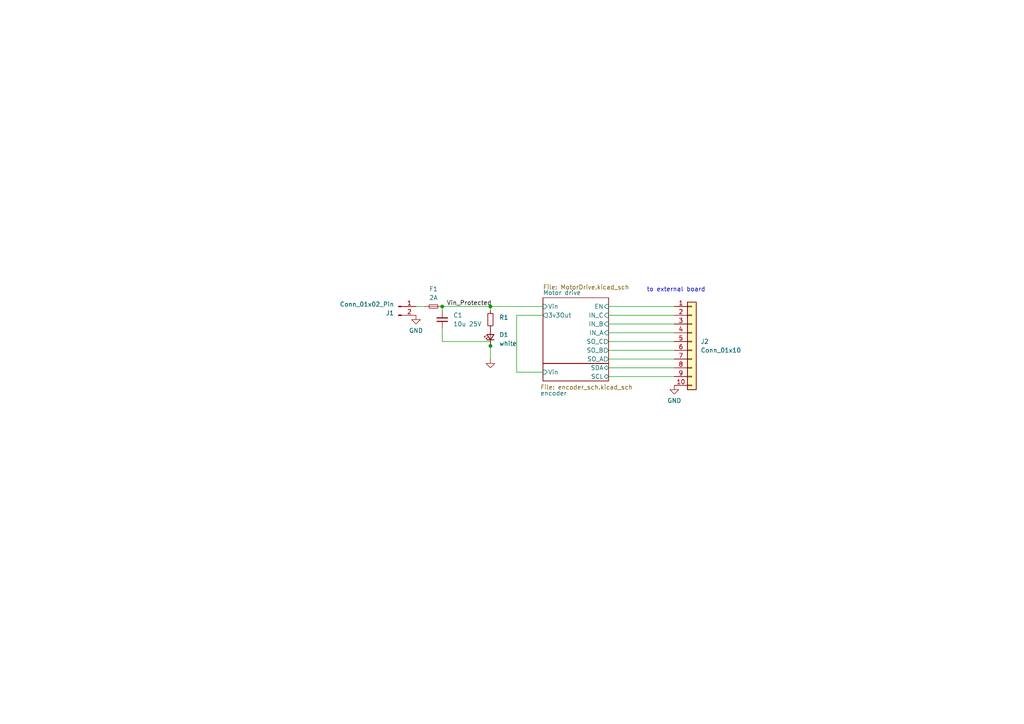
<source format=kicad_sch>
(kicad_sch (version 20231120) (generator "eeschema") (generator_version "8.0")
  (paper "A4")
  (lib_symbols
    (symbol "Connector:Conn_01x02_Pin" (pin_names (offset 1.016) hide)
      (property "Reference" "J" (at 0 2.54 0))
      (property "Value" "Conn_01x02_Pin" (at 0 -5.08 0))
      (symbol "Conn_01x02_Pin_1_1"
        (polyline (pts (xy 1.27 -2.54) (xy 0.8636 -2.54)) (stroke (width 0.1524)))
        (polyline (pts (xy 1.27 0) (xy 0.8636 0)) (stroke (width 0.1524)))
        (rectangle (start 0.8636 -2.413) (end 0 -2.667) (stroke (width 0.1524)) (fill (type outline)))
        (rectangle (start 0.8636 0.127) (end 0 -0.127) (stroke (width 0.1524)) (fill (type outline)))
        (pin passive line (at 5.08 0 180) (length 3.81) (name "Pin_1") (number "1"))
        (pin passive line (at 5.08 -2.54 180) (length 3.81) (name "Pin_2") (number "2"))
      )
    )
    (symbol "Connector_Generic:Conn_01x10" (pin_names (offset 1.016) hide)
      (property "Reference" "J" (at 0 12.7 0))
      (property "Value" "Conn_01x10" (at 0 -15.24 0))
      (symbol "Conn_01x10_1_1"
        (rectangle (start -1.27 -12.573) (end 0 -12.827) (stroke (width 0.1524)))
        (rectangle (start -1.27 -10.033) (end 0 -10.287) (stroke (width 0.1524)))
        (rectangle (start -1.27 -7.493) (end 0 -7.747) (stroke (width 0.1524)))
        (rectangle (start -1.27 -4.953) (end 0 -5.207) (stroke (width 0.1524)))
        (rectangle (start -1.27 -2.413) (end 0 -2.667) (stroke (width 0.1524)))
        (rectangle (start -1.27 0.127) (end 0 -0.127) (stroke (width 0.1524)))
        (rectangle (start -1.27 2.667) (end 0 2.413) (stroke (width 0.1524)))
        (rectangle (start -1.27 5.207) (end 0 4.953) (stroke (width 0.1524)))
        (rectangle (start -1.27 7.747) (end 0 7.493) (stroke (width 0.1524)))
        (rectangle (start -1.27 10.287) (end 0 10.033) (stroke (width 0.1524)))
        (rectangle (start -1.27 11.43) (end 1.27 -13.97) (stroke (width 0.254)) (fill (type background)))
        (pin passive line (at -5.08 10.16 0) (length 3.81) (name "Pin_1") (number "1"))
        (pin passive line (at -5.08 -12.7 0) (length 3.81) (name "Pin_10") (number "10"))
        (pin passive line (at -5.08 7.62 0) (length 3.81) (name "Pin_2") (number "2"))
        (pin passive line (at -5.08 5.08 0) (length 3.81) (name "Pin_3") (number "3"))
        (pin passive line (at -5.08 2.54 0) (length 3.81) (name "Pin_4") (number "4"))
        (pin passive line (at -5.08 0 0) (length 3.81) (name "Pin_5") (number "5"))
        (pin passive line (at -5.08 -2.54 0) (length 3.81) (name "Pin_6") (number "6"))
        (pin passive line (at -5.08 -5.08 0) (length 3.81) (name "Pin_7") (number "7"))
        (pin passive line (at -5.08 -7.62 0) (length 3.81) (name "Pin_8") (number "8"))
        (pin passive line (at -5.08 -10.16 0) (length 3.81) (name "Pin_9") (number "9"))
      )
    )
    (symbol "Device:C_Small" (pin_numbers hide) (pin_names (offset 0.254) hide)
      (property "Reference" "C" (at 0.254 1.778 0))
      (property "Value" "C_Small" (at 0.254 -2.032 0))
      (symbol "C_Small_0_1"
        (polyline (pts (xy -1.524 -0.508) (xy 1.524 -0.508)) (stroke (width 0.3302)))
        (polyline (pts (xy -1.524 0.508) (xy 1.524 0.508)) (stroke (width 0.3048)))
      )
      (symbol "C_Small_1_1"
        (pin passive line (at 0 2.54 270) (length 2.032) (name "~") (number "1"))
        (pin passive line (at 0 -2.54 90) (length 2.032) (name "~") (number "2"))
      )
    )
    (symbol "Device:Fuse_Small" (pin_numbers hide) (pin_names (offset 0.254) hide)
      (property "Reference" "F" (at 0 -1.524 0))
      (property "Value" "Fuse_Small" (at 0 1.524 0))
      (symbol "Fuse_Small_0_1"
        (rectangle (start -1.27 0.508) (end 1.27 -0.508))
        (polyline (pts (xy -1.27 0) (xy 1.27 0)))
      )
      (symbol "Fuse_Small_1_1"
        (pin passive line (at -2.54 0 0) (length 1.27) (name "~") (number "1"))
        (pin passive line (at 2.54 0 180) (length 1.27) (name "~") (number "2"))
      )
    )
    (symbol "Device:LED_Small" (pin_numbers hide) (pin_names (offset 0.254) hide)
      (property "Reference" "D" (at -1.27 3.175 0))
      (property "Value" "LED_Small" (at -4.445 -2.54 0))
      (symbol "LED_Small_0_1"
        (polyline (pts (xy -0.762 -1.016) (xy -0.762 1.016)) (stroke (width 0.254)))
        (polyline (pts (xy 1.016 0) (xy -0.762 0)))
        (polyline (pts (xy 0.762 -1.016) (xy -0.762 0) (xy 0.762 1.016) (xy 0.762 -1.016)) (stroke (width 0.254)))
        (polyline (pts (xy 0 0.762) (xy -0.508 1.27) (xy -0.254 1.27) (xy -0.508 1.27) (xy -0.508 1.016)))
        (polyline (pts (xy 0.508 1.27) (xy 0 1.778) (xy 0.254 1.778) (xy 0 1.778) (xy 0 1.524)))
      )
      (symbol "LED_Small_1_1"
        (pin passive line (at -2.54 0 0) (length 1.778) (name "K") (number "1"))
        (pin passive line (at 2.54 0 180) (length 1.778) (name "A") (number "2"))
      )
    )
    (symbol "Device:R_Small" (pin_numbers hide) (pin_names (offset 0.254) hide)
      (property "Reference" "R" (at 0.762 0.508 0))
      (property "Value" "R_Small" (at 0.762 -1.016 0))
      (symbol "R_Small_0_1"
        (rectangle (start -0.762 1.778) (end 0.762 -1.778) (stroke (width 0.2032)))
      )
      (symbol "R_Small_1_1"
        (pin passive line (at 0 2.54 270) (length 0.762) (name "~") (number "1"))
        (pin passive line (at 0 -2.54 90) (length 0.762) (name "~") (number "2"))
      )
    )
    (symbol "power:GND" (power) (pin_names (offset 0))
      (property "Value" "GND" (at 0 -3.81 0))
      (symbol "GND_0_1"
        (polyline (pts (xy 0 0) (xy 0 -1.27) (xy 1.27 -1.27) (xy 0 -2.54) (xy -1.27 -1.27) (xy 0 -1.27)))
      )
      (symbol "GND_1_1"
        (pin power_in line (at 0 0 270) (length 0) hide (name "GND") (number "1"))
      )
    )
  )
  (junction (at 142.24 88.9))
  (junction (at 128.27 88.9))
  (junction (at 142.24 100.33))
  (wire (pts (xy 157.48 91.44) (xy 149.86 91.44)))
  (wire (pts (xy 176.53 88.9) (xy 195.58 88.9)))
  (wire (pts (xy 142.24 88.9) (xy 157.48 88.9)))
  (wire (pts (xy 176.53 109.22) (xy 195.58 109.22)))
  (wire (pts (xy 128.27 88.9) (xy 142.24 88.9)))
  (wire (pts (xy 128.27 88.9) (xy 128.27 90.17)))
  (wire (pts (xy 149.86 107.95) (xy 157.48 107.95)))
  (wire (pts (xy 128.27 99.06) (xy 142.24 99.06)))
  (wire (pts (xy 128.27 95.25) (xy 128.27 99.06)))
  (wire (pts (xy 142.24 99.06) (xy 142.24 100.33)))
  (wire (pts (xy 142.24 90.17) (xy 142.24 88.9)))
  (wire (pts (xy 142.24 100.33) (xy 142.24 104.14)))
  (wire (pts (xy 176.53 93.98) (xy 195.58 93.98)))
  (wire (pts (xy 149.86 91.44) (xy 149.86 107.95)))
  (wire (pts (xy 176.53 99.06) (xy 195.58 99.06)))
  (wire (pts (xy 176.53 106.68) (xy 195.58 106.68)))
  (wire (pts (xy 176.53 101.6) (xy 195.58 101.6)))
  (wire (pts (xy 176.53 96.52) (xy 195.58 96.52)))
  (wire (pts (xy 120.65 88.9) (xy 123.19 88.9)))
  (wire (pts (xy 176.53 104.14) (xy 195.58 104.14)))
  (wire (pts (xy 176.53 91.44) (xy 195.58 91.44)))
  (text "to external board" (at 196.088 84.074 0) (effects (font (size 1.27 1.27))))
  (label "Vin_Protected" (at 129.54 88.9 0))
  (symbol (lib_id "Device:LED_Small") (at 142.24 97.79 90) (unit 1)
    (property "Reference" "D1" (at 144.78 97.0915 90) (effects (justify right)))
    (property "Value" "white" (at 144.78 99.6315 90) (effects (justify right)))
    (property "Footprint" "LED_SMD:LED_0603_1608Metric_Pad1.05x0.95mm_HandSolder" (effects (hide yes)))
  )
  (symbol (lib_id "Connector_Generic:Conn_01x10") (at 200.66 99.06 0) (unit 1)
    (property "Reference" "J2" (at 203.2 99.0599 0) (effects (justify left)))
    (property "Value" "Conn_01x10" (at 203.2 101.5999 0) (effects (justify left)))
    (property "Footprint" "Connector_Molex:Molex_PicoBlade_53261-1071_1x10-1MP_P1.25mm_Horizontal" (effects (hide yes)))
    (property "Description" "Generic connector, single row, 01x10, script generated (kicad-library-utils/schlib/autogen/connector/)" (effects (hide yes)))
  )
  (symbol (lib_id "Device:R_Small") (at 142.24 92.71 180) (unit 1)
    (property "Reference" "R1" (at 144.78 92.075 0) (effects (justify right)))
    (property "Value" "1k" (effects (hide yes)))
    (property "Footprint" "Resistor_SMD:R_0603_1608Metric_Pad0.98x0.95mm_HandSolder" (effects (hide yes)))
  )
  (symbol (lib_id "power:GND") (at 195.58 111.76 0) (unit 1)
    (property "Reference" "#PWR03" (effects (hide yes)))
    (property "Value" "GND" (at 195.58 116.205 0))
  )
  (symbol (lib_id "Device:Fuse_Small") (at 125.73 88.9 0) (unit 1)
    (property "Reference" "F1" (at 125.73 83.82 0))
    (property "Value" "2A" (at 125.73 86.36 0))
    (property "Footprint" "Fuse:Fuse_0805_2012Metric_Pad1.15x1.40mm_HandSolder" (effects (hide yes)))
  )
  (symbol (lib_id "power:GND") (at 142.24 104.14 0) (unit 1)
    (property "Reference" "#PWR02" (effects (hide yes)))
    (property "Value" "GND" (effects (hide yes)))
  )
  (symbol (lib_id "Device:C_Small") (at 128.27 92.71 180) (unit 1)
    (property "Reference" "C1" (at 131.445 91.44 0) (effects (justify right)))
    (property "Value" "10u 25V" (at 131.445 93.98 0) (effects (justify right)))
    (property "Footprint" "Capacitor_Tantalum_SMD:CP_EIA-1608-08_AVX-J" (effects (hide yes)))
  )
  (symbol (lib_id "power:GND") (at 120.65 91.44 0) (unit 1)
    (property "Reference" "#PWR01" (effects (hide yes)))
    (property "Value" "GND" (at 120.65 95.885 0))
  )
  (symbol (lib_id "Connector:Conn_01x02_Pin") (at 115.57 88.9 0) (unit 1)
    (property "Reference" "J1" (at 114.3 90.805 0) (effects (justify right)))
    (property "Value" "Conn_01x02_Pin" (at 114.3 88.265 0) (effects (justify right)))
    (property "Footprint" "Connector_Molex:Molex_PicoBlade_53261-0271_1x02-1MP_P1.25mm_Horizontal" (effects (hide yes)))
  )
  (sheet (at 157.48 86.36) (size 19.05 19.05) (stroke (width 0.1524))
    (property "Sheetname" "Motor drive" (at 157.48 85.6484 0) (effects (justify left bottom)))
    (property "Sheetfile" "MotorDrive.kicad_sch" (at 157.48 82.55 0) (effects (justify left top)))
    (pin "IN_A" input (at 176.53 96.52 0))
    (pin "IN_B" input (at 176.53 93.98 0))
    (pin "SO_C" output (at 176.53 99.06 0))
    (pin "SO_B" output (at 176.53 101.6 0))
    (pin "SO_A" output (at 176.53 104.14 0))
    (pin "EN" input (at 176.53 88.9 0))
    (pin "Vin" input (at 157.48 88.9 180))
    (pin "IN_C" input (at 176.53 91.44 0))
    (pin "3v3Out" output (at 157.48 91.44 180))
  )
  (sheet (at 157.48 105.41) (size 19.05 5.08) (stroke (width 0.1524))
    (property "Sheetname" "encoder" (at 156.718 114.808 0) (effects (justify left bottom)))
    (property "Sheetfile" "encoder_sch.kicad_sch" (at 156.718 111.5826 0) (effects (justify left top)))
    (pin "SDA" bidirectional (at 176.53 106.68 0))
    (pin "SCL" bidirectional (at 176.53 109.22 0))
    (pin "Vin" input (at 157.48 107.95 180))
  )
)
</source>
